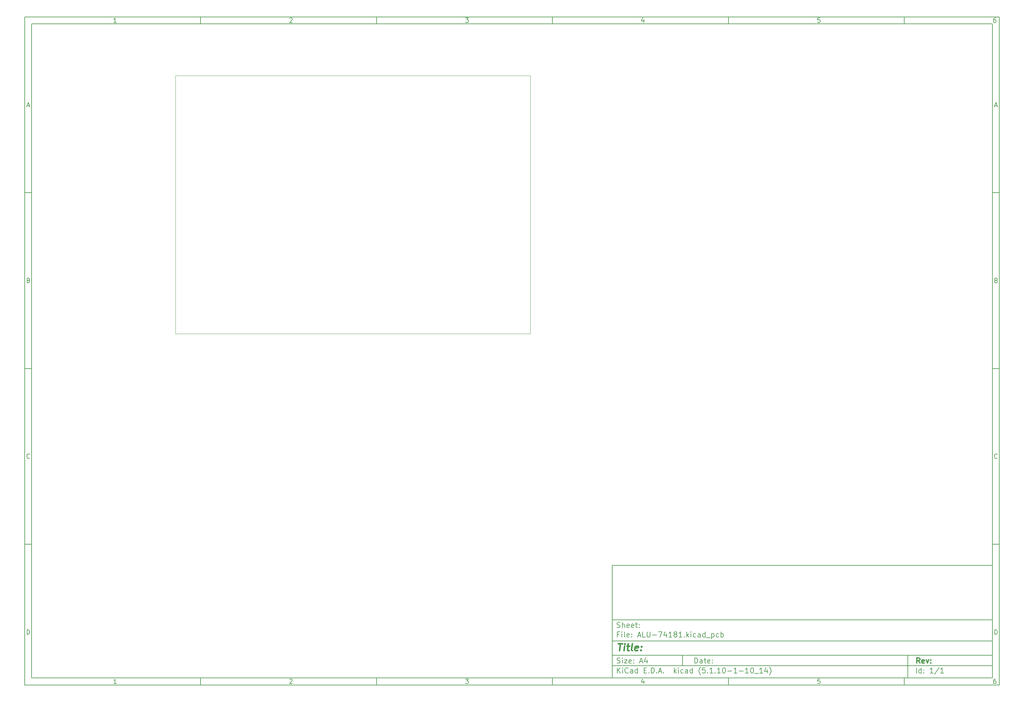
<source format=gbr>
%TF.GenerationSoftware,KiCad,Pcbnew,(5.1.10-1-10_14)*%
%TF.CreationDate,2021-11-14T11:47:48-05:00*%
%TF.ProjectId,ALU-74181,414c552d-3734-4313-9831-2e6b69636164,rev?*%
%TF.SameCoordinates,Original*%
%TF.FileFunction,Profile,NP*%
%FSLAX46Y46*%
G04 Gerber Fmt 4.6, Leading zero omitted, Abs format (unit mm)*
G04 Created by KiCad (PCBNEW (5.1.10-1-10_14)) date 2021-11-14 11:47:48*
%MOMM*%
%LPD*%
G01*
G04 APERTURE LIST*
%ADD10C,0.100000*%
%ADD11C,0.150000*%
%ADD12C,0.300000*%
%ADD13C,0.400000*%
%TA.AperFunction,Profile*%
%ADD14C,0.050000*%
%TD*%
G04 APERTURE END LIST*
D10*
D11*
X177002200Y-166007200D02*
X177002200Y-198007200D01*
X285002200Y-198007200D01*
X285002200Y-166007200D01*
X177002200Y-166007200D01*
D10*
D11*
X10000000Y-10000000D02*
X10000000Y-200007200D01*
X287002200Y-200007200D01*
X287002200Y-10000000D01*
X10000000Y-10000000D01*
D10*
D11*
X12000000Y-12000000D02*
X12000000Y-198007200D01*
X285002200Y-198007200D01*
X285002200Y-12000000D01*
X12000000Y-12000000D01*
D10*
D11*
X60000000Y-12000000D02*
X60000000Y-10000000D01*
D10*
D11*
X110000000Y-12000000D02*
X110000000Y-10000000D01*
D10*
D11*
X160000000Y-12000000D02*
X160000000Y-10000000D01*
D10*
D11*
X210000000Y-12000000D02*
X210000000Y-10000000D01*
D10*
D11*
X260000000Y-12000000D02*
X260000000Y-10000000D01*
D10*
D11*
X36065476Y-11588095D02*
X35322619Y-11588095D01*
X35694047Y-11588095D02*
X35694047Y-10288095D01*
X35570238Y-10473809D01*
X35446428Y-10597619D01*
X35322619Y-10659523D01*
D10*
D11*
X85322619Y-10411904D02*
X85384523Y-10350000D01*
X85508333Y-10288095D01*
X85817857Y-10288095D01*
X85941666Y-10350000D01*
X86003571Y-10411904D01*
X86065476Y-10535714D01*
X86065476Y-10659523D01*
X86003571Y-10845238D01*
X85260714Y-11588095D01*
X86065476Y-11588095D01*
D10*
D11*
X135260714Y-10288095D02*
X136065476Y-10288095D01*
X135632142Y-10783333D01*
X135817857Y-10783333D01*
X135941666Y-10845238D01*
X136003571Y-10907142D01*
X136065476Y-11030952D01*
X136065476Y-11340476D01*
X136003571Y-11464285D01*
X135941666Y-11526190D01*
X135817857Y-11588095D01*
X135446428Y-11588095D01*
X135322619Y-11526190D01*
X135260714Y-11464285D01*
D10*
D11*
X185941666Y-10721428D02*
X185941666Y-11588095D01*
X185632142Y-10226190D02*
X185322619Y-11154761D01*
X186127380Y-11154761D01*
D10*
D11*
X236003571Y-10288095D02*
X235384523Y-10288095D01*
X235322619Y-10907142D01*
X235384523Y-10845238D01*
X235508333Y-10783333D01*
X235817857Y-10783333D01*
X235941666Y-10845238D01*
X236003571Y-10907142D01*
X236065476Y-11030952D01*
X236065476Y-11340476D01*
X236003571Y-11464285D01*
X235941666Y-11526190D01*
X235817857Y-11588095D01*
X235508333Y-11588095D01*
X235384523Y-11526190D01*
X235322619Y-11464285D01*
D10*
D11*
X285941666Y-10288095D02*
X285694047Y-10288095D01*
X285570238Y-10350000D01*
X285508333Y-10411904D01*
X285384523Y-10597619D01*
X285322619Y-10845238D01*
X285322619Y-11340476D01*
X285384523Y-11464285D01*
X285446428Y-11526190D01*
X285570238Y-11588095D01*
X285817857Y-11588095D01*
X285941666Y-11526190D01*
X286003571Y-11464285D01*
X286065476Y-11340476D01*
X286065476Y-11030952D01*
X286003571Y-10907142D01*
X285941666Y-10845238D01*
X285817857Y-10783333D01*
X285570238Y-10783333D01*
X285446428Y-10845238D01*
X285384523Y-10907142D01*
X285322619Y-11030952D01*
D10*
D11*
X60000000Y-198007200D02*
X60000000Y-200007200D01*
D10*
D11*
X110000000Y-198007200D02*
X110000000Y-200007200D01*
D10*
D11*
X160000000Y-198007200D02*
X160000000Y-200007200D01*
D10*
D11*
X210000000Y-198007200D02*
X210000000Y-200007200D01*
D10*
D11*
X260000000Y-198007200D02*
X260000000Y-200007200D01*
D10*
D11*
X36065476Y-199595295D02*
X35322619Y-199595295D01*
X35694047Y-199595295D02*
X35694047Y-198295295D01*
X35570238Y-198481009D01*
X35446428Y-198604819D01*
X35322619Y-198666723D01*
D10*
D11*
X85322619Y-198419104D02*
X85384523Y-198357200D01*
X85508333Y-198295295D01*
X85817857Y-198295295D01*
X85941666Y-198357200D01*
X86003571Y-198419104D01*
X86065476Y-198542914D01*
X86065476Y-198666723D01*
X86003571Y-198852438D01*
X85260714Y-199595295D01*
X86065476Y-199595295D01*
D10*
D11*
X135260714Y-198295295D02*
X136065476Y-198295295D01*
X135632142Y-198790533D01*
X135817857Y-198790533D01*
X135941666Y-198852438D01*
X136003571Y-198914342D01*
X136065476Y-199038152D01*
X136065476Y-199347676D01*
X136003571Y-199471485D01*
X135941666Y-199533390D01*
X135817857Y-199595295D01*
X135446428Y-199595295D01*
X135322619Y-199533390D01*
X135260714Y-199471485D01*
D10*
D11*
X185941666Y-198728628D02*
X185941666Y-199595295D01*
X185632142Y-198233390D02*
X185322619Y-199161961D01*
X186127380Y-199161961D01*
D10*
D11*
X236003571Y-198295295D02*
X235384523Y-198295295D01*
X235322619Y-198914342D01*
X235384523Y-198852438D01*
X235508333Y-198790533D01*
X235817857Y-198790533D01*
X235941666Y-198852438D01*
X236003571Y-198914342D01*
X236065476Y-199038152D01*
X236065476Y-199347676D01*
X236003571Y-199471485D01*
X235941666Y-199533390D01*
X235817857Y-199595295D01*
X235508333Y-199595295D01*
X235384523Y-199533390D01*
X235322619Y-199471485D01*
D10*
D11*
X285941666Y-198295295D02*
X285694047Y-198295295D01*
X285570238Y-198357200D01*
X285508333Y-198419104D01*
X285384523Y-198604819D01*
X285322619Y-198852438D01*
X285322619Y-199347676D01*
X285384523Y-199471485D01*
X285446428Y-199533390D01*
X285570238Y-199595295D01*
X285817857Y-199595295D01*
X285941666Y-199533390D01*
X286003571Y-199471485D01*
X286065476Y-199347676D01*
X286065476Y-199038152D01*
X286003571Y-198914342D01*
X285941666Y-198852438D01*
X285817857Y-198790533D01*
X285570238Y-198790533D01*
X285446428Y-198852438D01*
X285384523Y-198914342D01*
X285322619Y-199038152D01*
D10*
D11*
X10000000Y-60000000D02*
X12000000Y-60000000D01*
D10*
D11*
X10000000Y-110000000D02*
X12000000Y-110000000D01*
D10*
D11*
X10000000Y-160000000D02*
X12000000Y-160000000D01*
D10*
D11*
X10690476Y-35216666D02*
X11309523Y-35216666D01*
X10566666Y-35588095D02*
X11000000Y-34288095D01*
X11433333Y-35588095D01*
D10*
D11*
X11092857Y-84907142D02*
X11278571Y-84969047D01*
X11340476Y-85030952D01*
X11402380Y-85154761D01*
X11402380Y-85340476D01*
X11340476Y-85464285D01*
X11278571Y-85526190D01*
X11154761Y-85588095D01*
X10659523Y-85588095D01*
X10659523Y-84288095D01*
X11092857Y-84288095D01*
X11216666Y-84350000D01*
X11278571Y-84411904D01*
X11340476Y-84535714D01*
X11340476Y-84659523D01*
X11278571Y-84783333D01*
X11216666Y-84845238D01*
X11092857Y-84907142D01*
X10659523Y-84907142D01*
D10*
D11*
X11402380Y-135464285D02*
X11340476Y-135526190D01*
X11154761Y-135588095D01*
X11030952Y-135588095D01*
X10845238Y-135526190D01*
X10721428Y-135402380D01*
X10659523Y-135278571D01*
X10597619Y-135030952D01*
X10597619Y-134845238D01*
X10659523Y-134597619D01*
X10721428Y-134473809D01*
X10845238Y-134350000D01*
X11030952Y-134288095D01*
X11154761Y-134288095D01*
X11340476Y-134350000D01*
X11402380Y-134411904D01*
D10*
D11*
X10659523Y-185588095D02*
X10659523Y-184288095D01*
X10969047Y-184288095D01*
X11154761Y-184350000D01*
X11278571Y-184473809D01*
X11340476Y-184597619D01*
X11402380Y-184845238D01*
X11402380Y-185030952D01*
X11340476Y-185278571D01*
X11278571Y-185402380D01*
X11154761Y-185526190D01*
X10969047Y-185588095D01*
X10659523Y-185588095D01*
D10*
D11*
X287002200Y-60000000D02*
X285002200Y-60000000D01*
D10*
D11*
X287002200Y-110000000D02*
X285002200Y-110000000D01*
D10*
D11*
X287002200Y-160000000D02*
X285002200Y-160000000D01*
D10*
D11*
X285692676Y-35216666D02*
X286311723Y-35216666D01*
X285568866Y-35588095D02*
X286002200Y-34288095D01*
X286435533Y-35588095D01*
D10*
D11*
X286095057Y-84907142D02*
X286280771Y-84969047D01*
X286342676Y-85030952D01*
X286404580Y-85154761D01*
X286404580Y-85340476D01*
X286342676Y-85464285D01*
X286280771Y-85526190D01*
X286156961Y-85588095D01*
X285661723Y-85588095D01*
X285661723Y-84288095D01*
X286095057Y-84288095D01*
X286218866Y-84350000D01*
X286280771Y-84411904D01*
X286342676Y-84535714D01*
X286342676Y-84659523D01*
X286280771Y-84783333D01*
X286218866Y-84845238D01*
X286095057Y-84907142D01*
X285661723Y-84907142D01*
D10*
D11*
X286404580Y-135464285D02*
X286342676Y-135526190D01*
X286156961Y-135588095D01*
X286033152Y-135588095D01*
X285847438Y-135526190D01*
X285723628Y-135402380D01*
X285661723Y-135278571D01*
X285599819Y-135030952D01*
X285599819Y-134845238D01*
X285661723Y-134597619D01*
X285723628Y-134473809D01*
X285847438Y-134350000D01*
X286033152Y-134288095D01*
X286156961Y-134288095D01*
X286342676Y-134350000D01*
X286404580Y-134411904D01*
D10*
D11*
X285661723Y-185588095D02*
X285661723Y-184288095D01*
X285971247Y-184288095D01*
X286156961Y-184350000D01*
X286280771Y-184473809D01*
X286342676Y-184597619D01*
X286404580Y-184845238D01*
X286404580Y-185030952D01*
X286342676Y-185278571D01*
X286280771Y-185402380D01*
X286156961Y-185526190D01*
X285971247Y-185588095D01*
X285661723Y-185588095D01*
D10*
D11*
X200434342Y-193785771D02*
X200434342Y-192285771D01*
X200791485Y-192285771D01*
X201005771Y-192357200D01*
X201148628Y-192500057D01*
X201220057Y-192642914D01*
X201291485Y-192928628D01*
X201291485Y-193142914D01*
X201220057Y-193428628D01*
X201148628Y-193571485D01*
X201005771Y-193714342D01*
X200791485Y-193785771D01*
X200434342Y-193785771D01*
X202577200Y-193785771D02*
X202577200Y-193000057D01*
X202505771Y-192857200D01*
X202362914Y-192785771D01*
X202077200Y-192785771D01*
X201934342Y-192857200D01*
X202577200Y-193714342D02*
X202434342Y-193785771D01*
X202077200Y-193785771D01*
X201934342Y-193714342D01*
X201862914Y-193571485D01*
X201862914Y-193428628D01*
X201934342Y-193285771D01*
X202077200Y-193214342D01*
X202434342Y-193214342D01*
X202577200Y-193142914D01*
X203077200Y-192785771D02*
X203648628Y-192785771D01*
X203291485Y-192285771D02*
X203291485Y-193571485D01*
X203362914Y-193714342D01*
X203505771Y-193785771D01*
X203648628Y-193785771D01*
X204720057Y-193714342D02*
X204577200Y-193785771D01*
X204291485Y-193785771D01*
X204148628Y-193714342D01*
X204077200Y-193571485D01*
X204077200Y-193000057D01*
X204148628Y-192857200D01*
X204291485Y-192785771D01*
X204577200Y-192785771D01*
X204720057Y-192857200D01*
X204791485Y-193000057D01*
X204791485Y-193142914D01*
X204077200Y-193285771D01*
X205434342Y-193642914D02*
X205505771Y-193714342D01*
X205434342Y-193785771D01*
X205362914Y-193714342D01*
X205434342Y-193642914D01*
X205434342Y-193785771D01*
X205434342Y-192857200D02*
X205505771Y-192928628D01*
X205434342Y-193000057D01*
X205362914Y-192928628D01*
X205434342Y-192857200D01*
X205434342Y-193000057D01*
D10*
D11*
X177002200Y-194507200D02*
X285002200Y-194507200D01*
D10*
D11*
X178434342Y-196585771D02*
X178434342Y-195085771D01*
X179291485Y-196585771D02*
X178648628Y-195728628D01*
X179291485Y-195085771D02*
X178434342Y-195942914D01*
X179934342Y-196585771D02*
X179934342Y-195585771D01*
X179934342Y-195085771D02*
X179862914Y-195157200D01*
X179934342Y-195228628D01*
X180005771Y-195157200D01*
X179934342Y-195085771D01*
X179934342Y-195228628D01*
X181505771Y-196442914D02*
X181434342Y-196514342D01*
X181220057Y-196585771D01*
X181077200Y-196585771D01*
X180862914Y-196514342D01*
X180720057Y-196371485D01*
X180648628Y-196228628D01*
X180577200Y-195942914D01*
X180577200Y-195728628D01*
X180648628Y-195442914D01*
X180720057Y-195300057D01*
X180862914Y-195157200D01*
X181077200Y-195085771D01*
X181220057Y-195085771D01*
X181434342Y-195157200D01*
X181505771Y-195228628D01*
X182791485Y-196585771D02*
X182791485Y-195800057D01*
X182720057Y-195657200D01*
X182577200Y-195585771D01*
X182291485Y-195585771D01*
X182148628Y-195657200D01*
X182791485Y-196514342D02*
X182648628Y-196585771D01*
X182291485Y-196585771D01*
X182148628Y-196514342D01*
X182077200Y-196371485D01*
X182077200Y-196228628D01*
X182148628Y-196085771D01*
X182291485Y-196014342D01*
X182648628Y-196014342D01*
X182791485Y-195942914D01*
X184148628Y-196585771D02*
X184148628Y-195085771D01*
X184148628Y-196514342D02*
X184005771Y-196585771D01*
X183720057Y-196585771D01*
X183577200Y-196514342D01*
X183505771Y-196442914D01*
X183434342Y-196300057D01*
X183434342Y-195871485D01*
X183505771Y-195728628D01*
X183577200Y-195657200D01*
X183720057Y-195585771D01*
X184005771Y-195585771D01*
X184148628Y-195657200D01*
X186005771Y-195800057D02*
X186505771Y-195800057D01*
X186720057Y-196585771D02*
X186005771Y-196585771D01*
X186005771Y-195085771D01*
X186720057Y-195085771D01*
X187362914Y-196442914D02*
X187434342Y-196514342D01*
X187362914Y-196585771D01*
X187291485Y-196514342D01*
X187362914Y-196442914D01*
X187362914Y-196585771D01*
X188077200Y-196585771D02*
X188077200Y-195085771D01*
X188434342Y-195085771D01*
X188648628Y-195157200D01*
X188791485Y-195300057D01*
X188862914Y-195442914D01*
X188934342Y-195728628D01*
X188934342Y-195942914D01*
X188862914Y-196228628D01*
X188791485Y-196371485D01*
X188648628Y-196514342D01*
X188434342Y-196585771D01*
X188077200Y-196585771D01*
X189577200Y-196442914D02*
X189648628Y-196514342D01*
X189577200Y-196585771D01*
X189505771Y-196514342D01*
X189577200Y-196442914D01*
X189577200Y-196585771D01*
X190220057Y-196157200D02*
X190934342Y-196157200D01*
X190077200Y-196585771D02*
X190577200Y-195085771D01*
X191077200Y-196585771D01*
X191577200Y-196442914D02*
X191648628Y-196514342D01*
X191577200Y-196585771D01*
X191505771Y-196514342D01*
X191577200Y-196442914D01*
X191577200Y-196585771D01*
X194577200Y-196585771D02*
X194577200Y-195085771D01*
X194720057Y-196014342D02*
X195148628Y-196585771D01*
X195148628Y-195585771D02*
X194577200Y-196157200D01*
X195791485Y-196585771D02*
X195791485Y-195585771D01*
X195791485Y-195085771D02*
X195720057Y-195157200D01*
X195791485Y-195228628D01*
X195862914Y-195157200D01*
X195791485Y-195085771D01*
X195791485Y-195228628D01*
X197148628Y-196514342D02*
X197005771Y-196585771D01*
X196720057Y-196585771D01*
X196577200Y-196514342D01*
X196505771Y-196442914D01*
X196434342Y-196300057D01*
X196434342Y-195871485D01*
X196505771Y-195728628D01*
X196577200Y-195657200D01*
X196720057Y-195585771D01*
X197005771Y-195585771D01*
X197148628Y-195657200D01*
X198434342Y-196585771D02*
X198434342Y-195800057D01*
X198362914Y-195657200D01*
X198220057Y-195585771D01*
X197934342Y-195585771D01*
X197791485Y-195657200D01*
X198434342Y-196514342D02*
X198291485Y-196585771D01*
X197934342Y-196585771D01*
X197791485Y-196514342D01*
X197720057Y-196371485D01*
X197720057Y-196228628D01*
X197791485Y-196085771D01*
X197934342Y-196014342D01*
X198291485Y-196014342D01*
X198434342Y-195942914D01*
X199791485Y-196585771D02*
X199791485Y-195085771D01*
X199791485Y-196514342D02*
X199648628Y-196585771D01*
X199362914Y-196585771D01*
X199220057Y-196514342D01*
X199148628Y-196442914D01*
X199077200Y-196300057D01*
X199077200Y-195871485D01*
X199148628Y-195728628D01*
X199220057Y-195657200D01*
X199362914Y-195585771D01*
X199648628Y-195585771D01*
X199791485Y-195657200D01*
X202077200Y-197157200D02*
X202005771Y-197085771D01*
X201862914Y-196871485D01*
X201791485Y-196728628D01*
X201720057Y-196514342D01*
X201648628Y-196157200D01*
X201648628Y-195871485D01*
X201720057Y-195514342D01*
X201791485Y-195300057D01*
X201862914Y-195157200D01*
X202005771Y-194942914D01*
X202077200Y-194871485D01*
X203362914Y-195085771D02*
X202648628Y-195085771D01*
X202577200Y-195800057D01*
X202648628Y-195728628D01*
X202791485Y-195657200D01*
X203148628Y-195657200D01*
X203291485Y-195728628D01*
X203362914Y-195800057D01*
X203434342Y-195942914D01*
X203434342Y-196300057D01*
X203362914Y-196442914D01*
X203291485Y-196514342D01*
X203148628Y-196585771D01*
X202791485Y-196585771D01*
X202648628Y-196514342D01*
X202577200Y-196442914D01*
X204077200Y-196442914D02*
X204148628Y-196514342D01*
X204077200Y-196585771D01*
X204005771Y-196514342D01*
X204077200Y-196442914D01*
X204077200Y-196585771D01*
X205577200Y-196585771D02*
X204720057Y-196585771D01*
X205148628Y-196585771D02*
X205148628Y-195085771D01*
X205005771Y-195300057D01*
X204862914Y-195442914D01*
X204720057Y-195514342D01*
X206220057Y-196442914D02*
X206291485Y-196514342D01*
X206220057Y-196585771D01*
X206148628Y-196514342D01*
X206220057Y-196442914D01*
X206220057Y-196585771D01*
X207720057Y-196585771D02*
X206862914Y-196585771D01*
X207291485Y-196585771D02*
X207291485Y-195085771D01*
X207148628Y-195300057D01*
X207005771Y-195442914D01*
X206862914Y-195514342D01*
X208648628Y-195085771D02*
X208791485Y-195085771D01*
X208934342Y-195157200D01*
X209005771Y-195228628D01*
X209077200Y-195371485D01*
X209148628Y-195657200D01*
X209148628Y-196014342D01*
X209077200Y-196300057D01*
X209005771Y-196442914D01*
X208934342Y-196514342D01*
X208791485Y-196585771D01*
X208648628Y-196585771D01*
X208505771Y-196514342D01*
X208434342Y-196442914D01*
X208362914Y-196300057D01*
X208291485Y-196014342D01*
X208291485Y-195657200D01*
X208362914Y-195371485D01*
X208434342Y-195228628D01*
X208505771Y-195157200D01*
X208648628Y-195085771D01*
X209791485Y-196014342D02*
X210934342Y-196014342D01*
X212434342Y-196585771D02*
X211577200Y-196585771D01*
X212005771Y-196585771D02*
X212005771Y-195085771D01*
X211862914Y-195300057D01*
X211720057Y-195442914D01*
X211577200Y-195514342D01*
X213077200Y-196014342D02*
X214220057Y-196014342D01*
X215720057Y-196585771D02*
X214862914Y-196585771D01*
X215291485Y-196585771D02*
X215291485Y-195085771D01*
X215148628Y-195300057D01*
X215005771Y-195442914D01*
X214862914Y-195514342D01*
X216648628Y-195085771D02*
X216791485Y-195085771D01*
X216934342Y-195157200D01*
X217005771Y-195228628D01*
X217077200Y-195371485D01*
X217148628Y-195657200D01*
X217148628Y-196014342D01*
X217077200Y-196300057D01*
X217005771Y-196442914D01*
X216934342Y-196514342D01*
X216791485Y-196585771D01*
X216648628Y-196585771D01*
X216505771Y-196514342D01*
X216434342Y-196442914D01*
X216362914Y-196300057D01*
X216291485Y-196014342D01*
X216291485Y-195657200D01*
X216362914Y-195371485D01*
X216434342Y-195228628D01*
X216505771Y-195157200D01*
X216648628Y-195085771D01*
X217434342Y-196728628D02*
X218577200Y-196728628D01*
X219720057Y-196585771D02*
X218862914Y-196585771D01*
X219291485Y-196585771D02*
X219291485Y-195085771D01*
X219148628Y-195300057D01*
X219005771Y-195442914D01*
X218862914Y-195514342D01*
X221005771Y-195585771D02*
X221005771Y-196585771D01*
X220648628Y-195014342D02*
X220291485Y-196085771D01*
X221220057Y-196085771D01*
X221648628Y-197157200D02*
X221720057Y-197085771D01*
X221862914Y-196871485D01*
X221934342Y-196728628D01*
X222005771Y-196514342D01*
X222077200Y-196157200D01*
X222077200Y-195871485D01*
X222005771Y-195514342D01*
X221934342Y-195300057D01*
X221862914Y-195157200D01*
X221720057Y-194942914D01*
X221648628Y-194871485D01*
D10*
D11*
X177002200Y-191507200D02*
X285002200Y-191507200D01*
D10*
D12*
X264411485Y-193785771D02*
X263911485Y-193071485D01*
X263554342Y-193785771D02*
X263554342Y-192285771D01*
X264125771Y-192285771D01*
X264268628Y-192357200D01*
X264340057Y-192428628D01*
X264411485Y-192571485D01*
X264411485Y-192785771D01*
X264340057Y-192928628D01*
X264268628Y-193000057D01*
X264125771Y-193071485D01*
X263554342Y-193071485D01*
X265625771Y-193714342D02*
X265482914Y-193785771D01*
X265197200Y-193785771D01*
X265054342Y-193714342D01*
X264982914Y-193571485D01*
X264982914Y-193000057D01*
X265054342Y-192857200D01*
X265197200Y-192785771D01*
X265482914Y-192785771D01*
X265625771Y-192857200D01*
X265697200Y-193000057D01*
X265697200Y-193142914D01*
X264982914Y-193285771D01*
X266197200Y-192785771D02*
X266554342Y-193785771D01*
X266911485Y-192785771D01*
X267482914Y-193642914D02*
X267554342Y-193714342D01*
X267482914Y-193785771D01*
X267411485Y-193714342D01*
X267482914Y-193642914D01*
X267482914Y-193785771D01*
X267482914Y-192857200D02*
X267554342Y-192928628D01*
X267482914Y-193000057D01*
X267411485Y-192928628D01*
X267482914Y-192857200D01*
X267482914Y-193000057D01*
D10*
D11*
X178362914Y-193714342D02*
X178577200Y-193785771D01*
X178934342Y-193785771D01*
X179077200Y-193714342D01*
X179148628Y-193642914D01*
X179220057Y-193500057D01*
X179220057Y-193357200D01*
X179148628Y-193214342D01*
X179077200Y-193142914D01*
X178934342Y-193071485D01*
X178648628Y-193000057D01*
X178505771Y-192928628D01*
X178434342Y-192857200D01*
X178362914Y-192714342D01*
X178362914Y-192571485D01*
X178434342Y-192428628D01*
X178505771Y-192357200D01*
X178648628Y-192285771D01*
X179005771Y-192285771D01*
X179220057Y-192357200D01*
X179862914Y-193785771D02*
X179862914Y-192785771D01*
X179862914Y-192285771D02*
X179791485Y-192357200D01*
X179862914Y-192428628D01*
X179934342Y-192357200D01*
X179862914Y-192285771D01*
X179862914Y-192428628D01*
X180434342Y-192785771D02*
X181220057Y-192785771D01*
X180434342Y-193785771D01*
X181220057Y-193785771D01*
X182362914Y-193714342D02*
X182220057Y-193785771D01*
X181934342Y-193785771D01*
X181791485Y-193714342D01*
X181720057Y-193571485D01*
X181720057Y-193000057D01*
X181791485Y-192857200D01*
X181934342Y-192785771D01*
X182220057Y-192785771D01*
X182362914Y-192857200D01*
X182434342Y-193000057D01*
X182434342Y-193142914D01*
X181720057Y-193285771D01*
X183077200Y-193642914D02*
X183148628Y-193714342D01*
X183077200Y-193785771D01*
X183005771Y-193714342D01*
X183077200Y-193642914D01*
X183077200Y-193785771D01*
X183077200Y-192857200D02*
X183148628Y-192928628D01*
X183077200Y-193000057D01*
X183005771Y-192928628D01*
X183077200Y-192857200D01*
X183077200Y-193000057D01*
X184862914Y-193357200D02*
X185577200Y-193357200D01*
X184720057Y-193785771D02*
X185220057Y-192285771D01*
X185720057Y-193785771D01*
X186862914Y-192785771D02*
X186862914Y-193785771D01*
X186505771Y-192214342D02*
X186148628Y-193285771D01*
X187077200Y-193285771D01*
D10*
D11*
X263434342Y-196585771D02*
X263434342Y-195085771D01*
X264791485Y-196585771D02*
X264791485Y-195085771D01*
X264791485Y-196514342D02*
X264648628Y-196585771D01*
X264362914Y-196585771D01*
X264220057Y-196514342D01*
X264148628Y-196442914D01*
X264077200Y-196300057D01*
X264077200Y-195871485D01*
X264148628Y-195728628D01*
X264220057Y-195657200D01*
X264362914Y-195585771D01*
X264648628Y-195585771D01*
X264791485Y-195657200D01*
X265505771Y-196442914D02*
X265577200Y-196514342D01*
X265505771Y-196585771D01*
X265434342Y-196514342D01*
X265505771Y-196442914D01*
X265505771Y-196585771D01*
X265505771Y-195657200D02*
X265577200Y-195728628D01*
X265505771Y-195800057D01*
X265434342Y-195728628D01*
X265505771Y-195657200D01*
X265505771Y-195800057D01*
X268148628Y-196585771D02*
X267291485Y-196585771D01*
X267720057Y-196585771D02*
X267720057Y-195085771D01*
X267577200Y-195300057D01*
X267434342Y-195442914D01*
X267291485Y-195514342D01*
X269862914Y-195014342D02*
X268577200Y-196942914D01*
X271148628Y-196585771D02*
X270291485Y-196585771D01*
X270720057Y-196585771D02*
X270720057Y-195085771D01*
X270577200Y-195300057D01*
X270434342Y-195442914D01*
X270291485Y-195514342D01*
D10*
D11*
X177002200Y-187507200D02*
X285002200Y-187507200D01*
D10*
D13*
X178714580Y-188211961D02*
X179857438Y-188211961D01*
X179036009Y-190211961D02*
X179286009Y-188211961D01*
X180274104Y-190211961D02*
X180440771Y-188878628D01*
X180524104Y-188211961D02*
X180416961Y-188307200D01*
X180500295Y-188402438D01*
X180607438Y-188307200D01*
X180524104Y-188211961D01*
X180500295Y-188402438D01*
X181107438Y-188878628D02*
X181869342Y-188878628D01*
X181476485Y-188211961D02*
X181262200Y-189926247D01*
X181333628Y-190116723D01*
X181512200Y-190211961D01*
X181702676Y-190211961D01*
X182655057Y-190211961D02*
X182476485Y-190116723D01*
X182405057Y-189926247D01*
X182619342Y-188211961D01*
X184190771Y-190116723D02*
X183988390Y-190211961D01*
X183607438Y-190211961D01*
X183428866Y-190116723D01*
X183357438Y-189926247D01*
X183452676Y-189164342D01*
X183571723Y-188973866D01*
X183774104Y-188878628D01*
X184155057Y-188878628D01*
X184333628Y-188973866D01*
X184405057Y-189164342D01*
X184381247Y-189354819D01*
X183405057Y-189545295D01*
X185155057Y-190021485D02*
X185238390Y-190116723D01*
X185131247Y-190211961D01*
X185047914Y-190116723D01*
X185155057Y-190021485D01*
X185131247Y-190211961D01*
X185286009Y-188973866D02*
X185369342Y-189069104D01*
X185262200Y-189164342D01*
X185178866Y-189069104D01*
X185286009Y-188973866D01*
X185262200Y-189164342D01*
D10*
D11*
X178934342Y-185600057D02*
X178434342Y-185600057D01*
X178434342Y-186385771D02*
X178434342Y-184885771D01*
X179148628Y-184885771D01*
X179720057Y-186385771D02*
X179720057Y-185385771D01*
X179720057Y-184885771D02*
X179648628Y-184957200D01*
X179720057Y-185028628D01*
X179791485Y-184957200D01*
X179720057Y-184885771D01*
X179720057Y-185028628D01*
X180648628Y-186385771D02*
X180505771Y-186314342D01*
X180434342Y-186171485D01*
X180434342Y-184885771D01*
X181791485Y-186314342D02*
X181648628Y-186385771D01*
X181362914Y-186385771D01*
X181220057Y-186314342D01*
X181148628Y-186171485D01*
X181148628Y-185600057D01*
X181220057Y-185457200D01*
X181362914Y-185385771D01*
X181648628Y-185385771D01*
X181791485Y-185457200D01*
X181862914Y-185600057D01*
X181862914Y-185742914D01*
X181148628Y-185885771D01*
X182505771Y-186242914D02*
X182577200Y-186314342D01*
X182505771Y-186385771D01*
X182434342Y-186314342D01*
X182505771Y-186242914D01*
X182505771Y-186385771D01*
X182505771Y-185457200D02*
X182577200Y-185528628D01*
X182505771Y-185600057D01*
X182434342Y-185528628D01*
X182505771Y-185457200D01*
X182505771Y-185600057D01*
X184291485Y-185957200D02*
X185005771Y-185957200D01*
X184148628Y-186385771D02*
X184648628Y-184885771D01*
X185148628Y-186385771D01*
X186362914Y-186385771D02*
X185648628Y-186385771D01*
X185648628Y-184885771D01*
X186862914Y-184885771D02*
X186862914Y-186100057D01*
X186934342Y-186242914D01*
X187005771Y-186314342D01*
X187148628Y-186385771D01*
X187434342Y-186385771D01*
X187577200Y-186314342D01*
X187648628Y-186242914D01*
X187720057Y-186100057D01*
X187720057Y-184885771D01*
X188434342Y-185814342D02*
X189577200Y-185814342D01*
X190148628Y-184885771D02*
X191148628Y-184885771D01*
X190505771Y-186385771D01*
X192362914Y-185385771D02*
X192362914Y-186385771D01*
X192005771Y-184814342D02*
X191648628Y-185885771D01*
X192577200Y-185885771D01*
X193934342Y-186385771D02*
X193077200Y-186385771D01*
X193505771Y-186385771D02*
X193505771Y-184885771D01*
X193362914Y-185100057D01*
X193220057Y-185242914D01*
X193077200Y-185314342D01*
X194791485Y-185528628D02*
X194648628Y-185457200D01*
X194577200Y-185385771D01*
X194505771Y-185242914D01*
X194505771Y-185171485D01*
X194577200Y-185028628D01*
X194648628Y-184957200D01*
X194791485Y-184885771D01*
X195077200Y-184885771D01*
X195220057Y-184957200D01*
X195291485Y-185028628D01*
X195362914Y-185171485D01*
X195362914Y-185242914D01*
X195291485Y-185385771D01*
X195220057Y-185457200D01*
X195077200Y-185528628D01*
X194791485Y-185528628D01*
X194648628Y-185600057D01*
X194577200Y-185671485D01*
X194505771Y-185814342D01*
X194505771Y-186100057D01*
X194577200Y-186242914D01*
X194648628Y-186314342D01*
X194791485Y-186385771D01*
X195077200Y-186385771D01*
X195220057Y-186314342D01*
X195291485Y-186242914D01*
X195362914Y-186100057D01*
X195362914Y-185814342D01*
X195291485Y-185671485D01*
X195220057Y-185600057D01*
X195077200Y-185528628D01*
X196791485Y-186385771D02*
X195934342Y-186385771D01*
X196362914Y-186385771D02*
X196362914Y-184885771D01*
X196220057Y-185100057D01*
X196077200Y-185242914D01*
X195934342Y-185314342D01*
X197434342Y-186242914D02*
X197505771Y-186314342D01*
X197434342Y-186385771D01*
X197362914Y-186314342D01*
X197434342Y-186242914D01*
X197434342Y-186385771D01*
X198148628Y-186385771D02*
X198148628Y-184885771D01*
X198291485Y-185814342D02*
X198720057Y-186385771D01*
X198720057Y-185385771D02*
X198148628Y-185957200D01*
X199362914Y-186385771D02*
X199362914Y-185385771D01*
X199362914Y-184885771D02*
X199291485Y-184957200D01*
X199362914Y-185028628D01*
X199434342Y-184957200D01*
X199362914Y-184885771D01*
X199362914Y-185028628D01*
X200720057Y-186314342D02*
X200577200Y-186385771D01*
X200291485Y-186385771D01*
X200148628Y-186314342D01*
X200077200Y-186242914D01*
X200005771Y-186100057D01*
X200005771Y-185671485D01*
X200077200Y-185528628D01*
X200148628Y-185457200D01*
X200291485Y-185385771D01*
X200577200Y-185385771D01*
X200720057Y-185457200D01*
X202005771Y-186385771D02*
X202005771Y-185600057D01*
X201934342Y-185457200D01*
X201791485Y-185385771D01*
X201505771Y-185385771D01*
X201362914Y-185457200D01*
X202005771Y-186314342D02*
X201862914Y-186385771D01*
X201505771Y-186385771D01*
X201362914Y-186314342D01*
X201291485Y-186171485D01*
X201291485Y-186028628D01*
X201362914Y-185885771D01*
X201505771Y-185814342D01*
X201862914Y-185814342D01*
X202005771Y-185742914D01*
X203362914Y-186385771D02*
X203362914Y-184885771D01*
X203362914Y-186314342D02*
X203220057Y-186385771D01*
X202934342Y-186385771D01*
X202791485Y-186314342D01*
X202720057Y-186242914D01*
X202648628Y-186100057D01*
X202648628Y-185671485D01*
X202720057Y-185528628D01*
X202791485Y-185457200D01*
X202934342Y-185385771D01*
X203220057Y-185385771D01*
X203362914Y-185457200D01*
X203720057Y-186528628D02*
X204862914Y-186528628D01*
X205220057Y-185385771D02*
X205220057Y-186885771D01*
X205220057Y-185457200D02*
X205362914Y-185385771D01*
X205648628Y-185385771D01*
X205791485Y-185457200D01*
X205862914Y-185528628D01*
X205934342Y-185671485D01*
X205934342Y-186100057D01*
X205862914Y-186242914D01*
X205791485Y-186314342D01*
X205648628Y-186385771D01*
X205362914Y-186385771D01*
X205220057Y-186314342D01*
X207220057Y-186314342D02*
X207077200Y-186385771D01*
X206791485Y-186385771D01*
X206648628Y-186314342D01*
X206577200Y-186242914D01*
X206505771Y-186100057D01*
X206505771Y-185671485D01*
X206577200Y-185528628D01*
X206648628Y-185457200D01*
X206791485Y-185385771D01*
X207077200Y-185385771D01*
X207220057Y-185457200D01*
X207862914Y-186385771D02*
X207862914Y-184885771D01*
X207862914Y-185457200D02*
X208005771Y-185385771D01*
X208291485Y-185385771D01*
X208434342Y-185457200D01*
X208505771Y-185528628D01*
X208577200Y-185671485D01*
X208577200Y-186100057D01*
X208505771Y-186242914D01*
X208434342Y-186314342D01*
X208291485Y-186385771D01*
X208005771Y-186385771D01*
X207862914Y-186314342D01*
D10*
D11*
X177002200Y-181507200D02*
X285002200Y-181507200D01*
D10*
D11*
X178362914Y-183614342D02*
X178577200Y-183685771D01*
X178934342Y-183685771D01*
X179077200Y-183614342D01*
X179148628Y-183542914D01*
X179220057Y-183400057D01*
X179220057Y-183257200D01*
X179148628Y-183114342D01*
X179077200Y-183042914D01*
X178934342Y-182971485D01*
X178648628Y-182900057D01*
X178505771Y-182828628D01*
X178434342Y-182757200D01*
X178362914Y-182614342D01*
X178362914Y-182471485D01*
X178434342Y-182328628D01*
X178505771Y-182257200D01*
X178648628Y-182185771D01*
X179005771Y-182185771D01*
X179220057Y-182257200D01*
X179862914Y-183685771D02*
X179862914Y-182185771D01*
X180505771Y-183685771D02*
X180505771Y-182900057D01*
X180434342Y-182757200D01*
X180291485Y-182685771D01*
X180077200Y-182685771D01*
X179934342Y-182757200D01*
X179862914Y-182828628D01*
X181791485Y-183614342D02*
X181648628Y-183685771D01*
X181362914Y-183685771D01*
X181220057Y-183614342D01*
X181148628Y-183471485D01*
X181148628Y-182900057D01*
X181220057Y-182757200D01*
X181362914Y-182685771D01*
X181648628Y-182685771D01*
X181791485Y-182757200D01*
X181862914Y-182900057D01*
X181862914Y-183042914D01*
X181148628Y-183185771D01*
X183077200Y-183614342D02*
X182934342Y-183685771D01*
X182648628Y-183685771D01*
X182505771Y-183614342D01*
X182434342Y-183471485D01*
X182434342Y-182900057D01*
X182505771Y-182757200D01*
X182648628Y-182685771D01*
X182934342Y-182685771D01*
X183077200Y-182757200D01*
X183148628Y-182900057D01*
X183148628Y-183042914D01*
X182434342Y-183185771D01*
X183577200Y-182685771D02*
X184148628Y-182685771D01*
X183791485Y-182185771D02*
X183791485Y-183471485D01*
X183862914Y-183614342D01*
X184005771Y-183685771D01*
X184148628Y-183685771D01*
X184648628Y-183542914D02*
X184720057Y-183614342D01*
X184648628Y-183685771D01*
X184577200Y-183614342D01*
X184648628Y-183542914D01*
X184648628Y-183685771D01*
X184648628Y-182757200D02*
X184720057Y-182828628D01*
X184648628Y-182900057D01*
X184577200Y-182828628D01*
X184648628Y-182757200D01*
X184648628Y-182900057D01*
D10*
D11*
X197002200Y-191507200D02*
X197002200Y-194507200D01*
D10*
D11*
X261002200Y-191507200D02*
X261002200Y-198007200D01*
D14*
X52832000Y-100076000D02*
X52832000Y-26670000D01*
X153670000Y-100076000D02*
X52832000Y-100076000D01*
X153670000Y-26670000D02*
X153670000Y-100076000D01*
X52832000Y-26670000D02*
X153670000Y-26670000D01*
M02*

</source>
